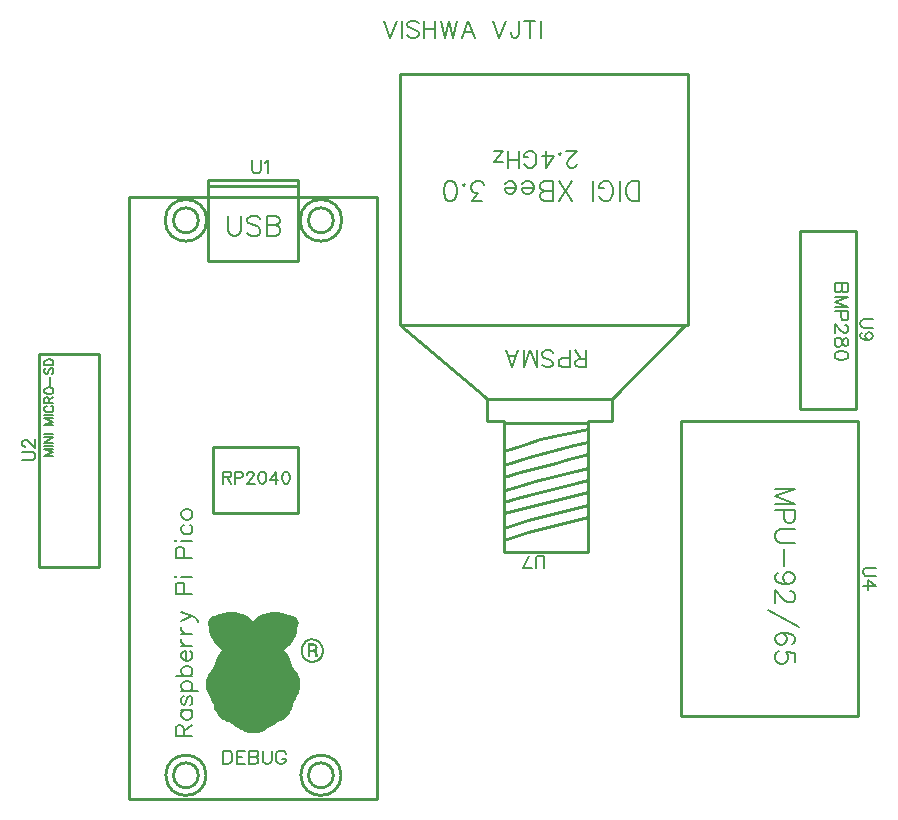
<source format=gto>
G04 Layer: TopSilkscreenLayer*
G04 EasyEDA v6.5.48, 2025-01-21 20:06:33*
G04 1a15377ceeac4a35b7f9d19b891e4bc2,48bb6e63cd8b433992a3f5e94ad137e8,10*
G04 Gerber Generator version 0.2*
G04 Scale: 100 percent, Rotated: No, Reflected: No *
G04 Dimensions in millimeters *
G04 leading zeros omitted , absolute positions ,4 integer and 5 decimal *
%FSLAX45Y45*%
%MOMM*%

%ADD10C,0.2032*%
%ADD11C,0.1524*%
%ADD12C,0.2540*%

%LPD*%
G36*
X2999943Y4493107D02*
G01*
X2985516Y4492853D01*
X2971800Y4492040D01*
X2959201Y4490770D01*
X2948127Y4488992D01*
X2943301Y4487926D01*
X2939034Y4486706D01*
X2927350Y4482338D01*
X2919272Y4479899D01*
X2912059Y4478223D01*
X2902356Y4477207D01*
X2897378Y4476089D01*
X2891840Y4474260D01*
X2885897Y4471822D01*
X2879648Y4468825D01*
X2873146Y4465320D01*
X2866542Y4461357D01*
X2859938Y4457039D01*
X2853486Y4452416D01*
X2847187Y4447540D01*
X2841294Y4442460D01*
X2835757Y4437278D01*
X2816656Y4418126D01*
X2788564Y4445000D01*
X2782519Y4450232D01*
X2776423Y4455109D01*
X2770378Y4459579D01*
X2764383Y4463592D01*
X2758592Y4467148D01*
X2752902Y4470247D01*
X2747416Y4472838D01*
X2742234Y4474870D01*
X2737307Y4476394D01*
X2732735Y4477308D01*
X2723184Y4478223D01*
X2716022Y4479848D01*
X2708097Y4482236D01*
X2696616Y4486503D01*
X2687472Y4488789D01*
X2676347Y4490516D01*
X2663647Y4491786D01*
X2649778Y4492599D01*
X2635148Y4492853D01*
X2620314Y4492650D01*
X2605582Y4491990D01*
X2591409Y4490821D01*
X2578252Y4489196D01*
X2566568Y4487113D01*
X2561437Y4485894D01*
X2552700Y4483100D01*
X2541473Y4478985D01*
X2528366Y4474667D01*
X2514904Y4470654D01*
X2487726Y4463338D01*
X2481173Y4461052D01*
X2475230Y4458665D01*
X2469794Y4455972D01*
X2464816Y4453077D01*
X2460294Y4449876D01*
X2456078Y4446371D01*
X2452166Y4442510D01*
X2448509Y4438243D01*
X2445004Y4433570D01*
X2441702Y4428388D01*
X2437638Y4421174D01*
X2434691Y4414520D01*
X2432761Y4408170D01*
X2431897Y4402023D01*
X2432050Y4395927D01*
X2433269Y4389678D01*
X2435453Y4383227D01*
X2440178Y4373016D01*
X2441549Y4368850D01*
X2442768Y4364075D01*
X2444750Y4353204D01*
X2445867Y4341774D01*
X2446172Y4329633D01*
X2446782Y4323080D01*
X2447747Y4316628D01*
X2449068Y4310380D01*
X2450744Y4304334D01*
X2452776Y4298543D01*
X2455062Y4293057D01*
X2457653Y4287875D01*
X2460548Y4283100D01*
X2463698Y4278782D01*
X2467051Y4274921D01*
X2470658Y4271568D01*
X2473909Y4268012D01*
X2476500Y4263390D01*
X2478328Y4258360D01*
X2478938Y4253433D01*
X2479598Y4250283D01*
X2481529Y4246270D01*
X2484628Y4241342D01*
X2488946Y4235653D01*
X2494381Y4229252D01*
X2500833Y4222191D01*
X2508351Y4214520D01*
X2554681Y4170375D01*
X2541219Y4155998D01*
X2537510Y4151731D01*
X2533599Y4146651D01*
X2529586Y4140911D01*
X2521712Y4128262D01*
X2517952Y4121708D01*
X2511552Y4109059D01*
X2509012Y4103319D01*
X2507081Y4098188D01*
X2505862Y4093921D01*
X2505049Y4087774D01*
X2503932Y4083812D01*
X2502204Y4078935D01*
X2497074Y4066946D01*
X2490216Y4052874D01*
X2482291Y4037888D01*
X2473858Y4023055D01*
X2465527Y4009491D01*
X2457805Y3998366D01*
X2450896Y3989781D01*
X2444496Y3980738D01*
X2441498Y3975963D01*
X2436114Y3966057D01*
X2431440Y3955592D01*
X2427478Y3944569D01*
X2424176Y3932986D01*
X2421636Y3920896D01*
X2419858Y3908348D01*
X2419197Y3901897D01*
X2418486Y3888638D01*
X2418435Y3877106D01*
X2418638Y3868521D01*
X2419146Y3860698D01*
X2420061Y3853179D01*
X2421636Y3845509D01*
X2423972Y3837330D01*
X2427224Y3828135D01*
X2431592Y3817467D01*
X2437180Y3804970D01*
X2452725Y3772560D01*
X2471877Y3733596D01*
X2477414Y3720795D01*
X2481630Y3709365D01*
X2483053Y3704590D01*
X2483967Y3700627D01*
X2484526Y3693261D01*
X2485186Y3688587D01*
X2486253Y3683711D01*
X2487726Y3678682D01*
X2489555Y3673500D01*
X2494229Y3662832D01*
X2500223Y3651910D01*
X2507284Y3640937D01*
X2515311Y3629964D01*
X2519629Y3624579D01*
X2528874Y3614115D01*
X2538679Y3604158D01*
X2548991Y3594912D01*
X2554224Y3590594D01*
X2564942Y3582720D01*
X2570327Y3579164D01*
X2575712Y3575964D01*
X2581097Y3573068D01*
X2586431Y3570528D01*
X2597810Y3565956D01*
X2611729Y3559606D01*
X2626614Y3551986D01*
X2640584Y3544112D01*
X2673045Y3523437D01*
X2702509Y3505200D01*
X2715158Y3497732D01*
X2726639Y3491280D01*
X2737154Y3485794D01*
X2746857Y3481222D01*
X2755950Y3477412D01*
X2764586Y3474313D01*
X2772918Y3471926D01*
X2781147Y3470046D01*
X2789478Y3468725D01*
X2798013Y3467862D01*
X2806954Y3467303D01*
X2816453Y3467100D01*
X2828391Y3467201D01*
X2842361Y3468370D01*
X2856382Y3470656D01*
X2863291Y3472179D01*
X2877007Y3476040D01*
X2890215Y3480815D01*
X2902762Y3486505D01*
X2908706Y3489655D01*
X2914396Y3493008D01*
X2919882Y3496564D01*
X2928975Y3503168D01*
X2939034Y3509772D01*
X2950870Y3516934D01*
X2962960Y3523742D01*
X2974238Y3529584D01*
X2984804Y3535679D01*
X2993847Y3541522D01*
X3000298Y3546449D01*
X3002178Y3548329D01*
X3006852Y3552139D01*
X3014573Y3556609D01*
X3024327Y3561079D01*
X3040786Y3567125D01*
X3052013Y3571798D01*
X3062833Y3577336D01*
X3073146Y3583635D01*
X3078175Y3587038D01*
X3087827Y3594506D01*
X3096971Y3602685D01*
X3105658Y3611626D01*
X3113786Y3621278D01*
X3117697Y3626358D01*
X3125012Y3637076D01*
X3131820Y3648405D01*
X3138017Y3660394D01*
X3143656Y3673043D01*
X3148685Y3686301D01*
X3153359Y3700576D01*
X3158642Y3715765D01*
X3164281Y3731006D01*
X3170174Y3745839D01*
X3176168Y3759962D01*
X3182010Y3772814D01*
X3187547Y3784041D01*
X3192576Y3793185D01*
X3197707Y3801465D01*
X3202787Y3811168D01*
X3207105Y3821429D01*
X3208985Y3826814D01*
X3212084Y3837889D01*
X3213404Y3843578D01*
X3215386Y3855212D01*
X3216605Y3867099D01*
X3217113Y3879240D01*
X3216859Y3891432D01*
X3215894Y3903675D01*
X3214166Y3915816D01*
X3211728Y3927805D01*
X3208578Y3939590D01*
X3204718Y3951020D01*
X3200146Y3962044D01*
X3194862Y3972610D01*
X3188919Y3982567D01*
X3185718Y3987292D01*
X3172358Y4004056D01*
X3166262Y4012437D01*
X3160471Y4021226D01*
X3154984Y4030573D01*
X3149752Y4040378D01*
X3144824Y4050741D01*
X3140202Y4061561D01*
X3135833Y4072940D01*
X3131718Y4084878D01*
X3125774Y4103776D01*
X3123082Y4110532D01*
X3119932Y4117441D01*
X3116376Y4124401D01*
X3112516Y4131157D01*
X3108452Y4137609D01*
X3104235Y4143552D01*
X3100019Y4148886D01*
X3080461Y4171746D01*
X3116783Y4204208D01*
X3125470Y4212844D01*
X3133699Y4221734D01*
X3141014Y4230522D01*
X3147060Y4238650D01*
X3151479Y4245660D01*
X3154883Y4252925D01*
X3159658Y4262221D01*
X3165094Y4271518D01*
X3170478Y4279646D01*
X3175711Y4286859D01*
X3178149Y4291177D01*
X3180334Y4295952D01*
X3182162Y4301236D01*
X3183686Y4307027D01*
X3184956Y4313428D01*
X3185922Y4320336D01*
X3187242Y4334510D01*
X3189224Y4348835D01*
X3192018Y4363110D01*
X3193592Y4369714D01*
X3196894Y4380738D01*
X3199384Y4387646D01*
X3201060Y4393336D01*
X3202076Y4398162D01*
X3202279Y4402531D01*
X3201720Y4406747D01*
X3200349Y4411268D01*
X3198164Y4416501D01*
X3195167Y4422698D01*
X3191967Y4428693D01*
X3188512Y4434179D01*
X3184804Y4439158D01*
X3180791Y4443730D01*
X3176473Y4447844D01*
X3171698Y4451553D01*
X3166516Y4454956D01*
X3160826Y4458004D01*
X3154578Y4460748D01*
X3147822Y4463237D01*
X3140456Y4465523D01*
X3126587Y4469028D01*
X3113532Y4472635D01*
X3099968Y4476851D01*
X3087471Y4481118D01*
X3077972Y4484624D01*
X3068066Y4487214D01*
X3056382Y4489348D01*
X3043275Y4490974D01*
X3029254Y4492193D01*
X3014675Y4492904D01*
G37*
G36*
X3311753Y4271060D02*
G01*
X3304895Y4270806D01*
X3298240Y4270095D01*
X3291890Y4269028D01*
X3285896Y4267504D01*
X3280308Y4265574D01*
X3275279Y4263237D01*
X3269945Y4260189D01*
X3264915Y4256989D01*
X3260140Y4253585D01*
X3255619Y4249978D01*
X3251352Y4246219D01*
X3247339Y4242257D01*
X3243630Y4238142D01*
X3240125Y4233824D01*
X3236925Y4229354D01*
X3234029Y4224731D01*
X3231388Y4219905D01*
X3229000Y4214926D01*
X3226866Y4209745D01*
X3225038Y4204462D01*
X3223463Y4198975D01*
X3222193Y4193336D01*
X3221177Y4187545D01*
X3220415Y4181601D01*
X3219958Y4175506D01*
X3219860Y4166920D01*
X3237941Y4166920D01*
X3238093Y4172712D01*
X3238601Y4178452D01*
X3239414Y4184091D01*
X3240633Y4189628D01*
X3242106Y4195064D01*
X3243935Y4200398D01*
X3246069Y4205579D01*
X3248456Y4210558D01*
X3251149Y4215384D01*
X3254146Y4220006D01*
X3257346Y4224426D01*
X3260801Y4228642D01*
X3264509Y4232554D01*
X3268421Y4236262D01*
X3272586Y4239666D01*
X3276904Y4242816D01*
X3281426Y4245610D01*
X3286150Y4248099D01*
X3291027Y4250283D01*
X3296056Y4252061D01*
X3301237Y4253484D01*
X3306572Y4254550D01*
X3312007Y4255160D01*
X3317595Y4255363D01*
X3325215Y4254652D01*
X3334207Y4252671D01*
X3343452Y4249724D01*
X3351885Y4246118D01*
X3357016Y4243273D01*
X3361944Y4240022D01*
X3366617Y4236364D01*
X3370986Y4232402D01*
X3375101Y4228134D01*
X3378911Y4223562D01*
X3382416Y4218736D01*
X3385565Y4213656D01*
X3388461Y4208373D01*
X3390950Y4202887D01*
X3393084Y4197299D01*
X3394913Y4191558D01*
X3396284Y4185716D01*
X3397351Y4179773D01*
X3397961Y4173778D01*
X3398215Y4167784D01*
X3398012Y4161790D01*
X3397402Y4155795D01*
X3396335Y4149851D01*
X3394862Y4144010D01*
X3393033Y4138523D01*
X3391001Y4133342D01*
X3388715Y4128363D01*
X3386226Y4123639D01*
X3383483Y4119168D01*
X3380587Y4115003D01*
X3377488Y4111040D01*
X3374237Y4107332D01*
X3370834Y4103878D01*
X3367278Y4100677D01*
X3363569Y4097731D01*
X3355746Y4092651D01*
X3347567Y4088536D01*
X3343351Y4086860D01*
X3334715Y4084269D01*
X3325926Y4082745D01*
X3317036Y4082186D01*
X3312566Y4082287D01*
X3308146Y4082643D01*
X3299409Y4084116D01*
X3290824Y4086656D01*
X3286658Y4088282D01*
X3278581Y4092295D01*
X3270961Y4097375D01*
X3267354Y4100271D01*
X3260547Y4106824D01*
X3257397Y4110532D01*
X3254451Y4114444D01*
X3251657Y4118610D01*
X3246729Y4127754D01*
X3244646Y4132681D01*
X3242767Y4137914D01*
X3241090Y4143349D01*
X3239719Y4149242D01*
X3238754Y4155186D01*
X3238144Y4161028D01*
X3237941Y4166920D01*
X3219860Y4166920D01*
X3220364Y4156506D01*
X3221126Y4150309D01*
X3222142Y4144314D01*
X3223463Y4138472D01*
X3225038Y4132783D01*
X3226917Y4127296D01*
X3229051Y4121962D01*
X3231438Y4116832D01*
X3234080Y4111904D01*
X3236976Y4107179D01*
X3240125Y4102658D01*
X3243529Y4098340D01*
X3247085Y4094276D01*
X3250946Y4090415D01*
X3254959Y4086809D01*
X3259175Y4083456D01*
X3263646Y4080357D01*
X3268268Y4077512D01*
X3273094Y4074972D01*
X3278073Y4072686D01*
X3283254Y4070654D01*
X3288588Y4068927D01*
X3294126Y4067505D01*
X3299764Y4066387D01*
X3305556Y4065574D01*
X3311499Y4065066D01*
X3317595Y4064914D01*
X3324047Y4065168D01*
X3330752Y4065981D01*
X3337509Y4067251D01*
X3344316Y4068978D01*
X3351072Y4071112D01*
X3357676Y4073601D01*
X3364077Y4076496D01*
X3370173Y4079697D01*
X3375914Y4083151D01*
X3381248Y4086860D01*
X3385972Y4090822D01*
X3390137Y4094987D01*
X3393643Y4099102D01*
X3396843Y4103420D01*
X3399790Y4107942D01*
X3402482Y4112615D01*
X3404920Y4117492D01*
X3407105Y4122470D01*
X3410661Y4132834D01*
X3412032Y4138168D01*
X3413150Y4143603D01*
X3414014Y4149090D01*
X3415029Y4160215D01*
X3414979Y4171391D01*
X3413963Y4182618D01*
X3413099Y4188155D01*
X3411982Y4193641D01*
X3410610Y4199026D01*
X3407156Y4209592D01*
X3402736Y4219702D01*
X3400145Y4224578D01*
X3394354Y4233773D01*
X3391052Y4238091D01*
X3387547Y4242206D01*
X3383838Y4246067D01*
X3379876Y4249724D01*
X3375710Y4253128D01*
X3370783Y4256532D01*
X3365347Y4259580D01*
X3359454Y4262272D01*
X3353206Y4264609D01*
X3346602Y4266590D01*
X3339795Y4268266D01*
X3332835Y4269536D01*
X3325825Y4270400D01*
X3318764Y4270959D01*
G37*
G36*
X3277920Y4228947D02*
G01*
X3277920Y4191914D01*
X3299053Y4191914D01*
X3299561Y4200550D01*
X3301949Y4205325D01*
X3307537Y4207357D01*
X3317748Y4207764D01*
X3325825Y4207256D01*
X3332327Y4205681D01*
X3336950Y4203141D01*
X3339490Y4199788D01*
X3340455Y4195318D01*
X3339896Y4191050D01*
X3338068Y4187037D01*
X3335070Y4183430D01*
X3331057Y4180382D01*
X3326129Y4178046D01*
X3320491Y4176572D01*
X3314293Y4176014D01*
X3306267Y4176522D01*
X3301644Y4178706D01*
X3299561Y4183532D01*
X3299053Y4191914D01*
X3277920Y4191914D01*
X3277971Y4147464D01*
X3278428Y4131360D01*
X3278835Y4125569D01*
X3279444Y4121150D01*
X3280257Y4117797D01*
X3281324Y4115460D01*
X3282645Y4113936D01*
X3284220Y4113072D01*
X3286201Y4112615D01*
X3288487Y4112514D01*
X3293922Y4113377D01*
X3297174Y4116832D01*
X3298698Y4124045D01*
X3299409Y4149598D01*
X3301187Y4156710D01*
X3305657Y4159605D01*
X3313887Y4160164D01*
X3320643Y4159758D01*
X3326384Y4158437D01*
X3331159Y4156252D01*
X3334918Y4153103D01*
X3337814Y4148937D01*
X3339846Y4143705D01*
X3341014Y4137406D01*
X3341827Y4121404D01*
X3343503Y4116019D01*
X3346754Y4113326D01*
X3351987Y4112514D01*
X3357270Y4113326D01*
X3360470Y4116222D01*
X3362096Y4121962D01*
X3362553Y4131411D01*
X3362096Y4139590D01*
X3360826Y4147921D01*
X3358997Y4155389D01*
X3354425Y4166362D01*
X3353612Y4170730D01*
X3354425Y4174388D01*
X3359658Y4181551D01*
X3361486Y4186224D01*
X3362299Y4191508D01*
X3362147Y4197096D01*
X3360978Y4202785D01*
X3358896Y4208424D01*
X3355848Y4213656D01*
X3351987Y4218381D01*
X3348786Y4221175D01*
X3345332Y4223461D01*
X3341471Y4225340D01*
X3337001Y4226712D01*
X3331718Y4227779D01*
X3325520Y4228439D01*
X3309620Y4228947D01*
G37*
D10*
X3924300Y9498584D02*
G01*
X3978909Y9355328D01*
X4033265Y9498584D02*
G01*
X3978909Y9355328D01*
X4078477Y9498584D02*
G01*
X4078477Y9355328D01*
X4218940Y9478010D02*
G01*
X4205224Y9491726D01*
X4184650Y9498584D01*
X4157469Y9498584D01*
X4137149Y9491726D01*
X4123436Y9478012D01*
X4123436Y9464545D01*
X4130293Y9450831D01*
X4137152Y9443976D01*
X4150613Y9437115D01*
X4191508Y9423654D01*
X4205224Y9416795D01*
X4212081Y9409937D01*
X4218937Y9396221D01*
X4218942Y9375902D01*
X4205224Y9362186D01*
X4184647Y9355328D01*
X4157472Y9355325D01*
X4137152Y9362186D01*
X4123436Y9375902D01*
X4263897Y9498584D02*
G01*
X4263897Y9355328D01*
X4359402Y9498586D02*
G01*
X4359402Y9355328D01*
X4263897Y9430258D02*
G01*
X4359402Y9430258D01*
X4404359Y9498584D02*
G01*
X4438395Y9355328D01*
X4472431Y9498584D02*
G01*
X4438395Y9355328D01*
X4472431Y9498584D02*
G01*
X4506468Y9355328D01*
X4540758Y9498584D02*
G01*
X4506468Y9355328D01*
X4640325Y9498584D02*
G01*
X4585715Y9355328D01*
X4640325Y9498584D02*
G01*
X4694681Y9355330D01*
X4606033Y9403079D02*
G01*
X4674361Y9403079D01*
X4844795Y9498584D02*
G01*
X4899408Y9355328D01*
X4953761Y9498584D02*
G01*
X4899408Y9355328D01*
X5067043Y9498584D02*
G01*
X5067045Y9389366D01*
X5060188Y9369046D01*
X5053329Y9362186D01*
X5039868Y9355325D01*
X5026149Y9355328D01*
X5012436Y9362188D01*
X5005577Y9369041D01*
X4998717Y9389363D01*
X4998722Y9403079D01*
X5159756Y9498581D02*
G01*
X5159756Y9355330D01*
X5112004Y9498584D02*
G01*
X5207505Y9498584D01*
X5252465Y9498581D02*
G01*
X5252465Y9355328D01*
D11*
X862584Y5778500D02*
G01*
X940561Y5778500D01*
X956056Y5783579D01*
X966467Y5793994D01*
X971550Y5809739D01*
X971550Y5820155D01*
X966472Y5835650D01*
X956056Y5846061D01*
X940561Y5851144D01*
X862584Y5851146D01*
X888491Y5890768D02*
G01*
X883411Y5890768D01*
X872997Y5895847D01*
X867663Y5901181D01*
X862584Y5911595D01*
X862584Y5932170D01*
X867666Y5942584D01*
X872997Y5947918D01*
X883409Y5952995D01*
X893825Y5952995D01*
X904240Y5947918D01*
X919736Y5937504D01*
X971552Y5885434D01*
X971550Y5958334D01*
D10*
X1049525Y5816600D02*
G01*
X1125979Y5816602D01*
X1049525Y5816600D02*
G01*
X1125981Y5845812D01*
X1049527Y5874765D02*
G01*
X1125981Y5845812D01*
X1049527Y5874765D02*
G01*
X1125981Y5874765D01*
X1049527Y5898895D02*
G01*
X1125981Y5898895D01*
X1049530Y5922771D02*
G01*
X1125981Y5922769D01*
X1049530Y5922771D02*
G01*
X1125981Y5973571D01*
X1049530Y5973571D02*
G01*
X1125981Y5973571D01*
X1049527Y5997699D02*
G01*
X1125981Y5997699D01*
X1049530Y6077712D02*
G01*
X1125981Y6077712D01*
X1049530Y6077712D02*
G01*
X1125984Y6106668D01*
X1049525Y6135878D02*
G01*
X1125984Y6106668D01*
X1049525Y6135878D02*
G01*
X1125981Y6135878D01*
X1049527Y6159754D02*
G01*
X1125981Y6159751D01*
X1067815Y6238494D02*
G01*
X1060447Y6234684D01*
X1053084Y6227574D01*
X1049527Y6220205D01*
X1049527Y6205728D01*
X1053084Y6198364D01*
X1060450Y6191250D01*
X1067815Y6187437D01*
X1078735Y6183884D01*
X1096772Y6183884D01*
X1107693Y6187439D01*
X1115059Y6191250D01*
X1122425Y6198364D01*
X1125981Y6205728D01*
X1125979Y6220208D01*
X1122425Y6227571D01*
X1115059Y6234681D01*
X1107693Y6238496D01*
X1049527Y6262370D02*
G01*
X1125981Y6262372D01*
X1049527Y6262370D02*
G01*
X1049527Y6295136D01*
X1053086Y6306057D01*
X1056893Y6309613D01*
X1064006Y6313426D01*
X1071372Y6313423D01*
X1078738Y6309613D01*
X1082293Y6306057D01*
X1085850Y6295136D01*
X1085847Y6262370D01*
X1085850Y6287772D02*
G01*
X1125981Y6313423D01*
X1049527Y6359144D02*
G01*
X1053084Y6351778D01*
X1060450Y6344665D01*
X1067815Y6340855D01*
X1078735Y6337300D01*
X1096772Y6337300D01*
X1107693Y6340853D01*
X1115059Y6344665D01*
X1122425Y6351778D01*
X1125981Y6359144D01*
X1125979Y6373621D01*
X1122425Y6380987D01*
X1115059Y6388354D01*
X1107691Y6391910D01*
X1096772Y6395468D01*
X1078738Y6395465D01*
X1067813Y6391910D01*
X1060450Y6388354D01*
X1053084Y6380985D01*
X1049527Y6373624D01*
X1049527Y6359144D01*
X1093213Y6419595D02*
G01*
X1093215Y6484873D01*
X1060450Y6559804D02*
G01*
X1053081Y6552689D01*
X1049527Y6541770D01*
X1049527Y6527035D01*
X1053084Y6516115D01*
X1060450Y6509006D01*
X1067815Y6509004D01*
X1074927Y6512560D01*
X1078738Y6516113D01*
X1082291Y6523481D01*
X1089659Y6545326D01*
X1093215Y6552694D01*
X1096772Y6556247D01*
X1104135Y6559804D01*
X1115059Y6559804D01*
X1122425Y6552692D01*
X1125981Y6541770D01*
X1125981Y6527037D01*
X1122425Y6516113D01*
X1115059Y6509001D01*
X1049527Y6583934D02*
G01*
X1125981Y6583934D01*
X1049527Y6583934D02*
G01*
X1049527Y6609334D01*
X1053084Y6620255D01*
X1060450Y6627621D01*
X1067815Y6631175D01*
X1078738Y6634734D01*
X1096769Y6634734D01*
X1107691Y6631178D01*
X1115059Y6627621D01*
X1122425Y6620255D01*
X1125981Y6609334D01*
X1125981Y6583934D01*
D11*
X8065515Y6972297D02*
G01*
X7987532Y6972300D01*
X7972043Y6967225D01*
X7961627Y6956805D01*
X7956550Y6941058D01*
X7956547Y6930641D01*
X7961629Y6915150D01*
X7972043Y6904736D01*
X7987538Y6899653D01*
X8065515Y6899653D01*
X8029193Y6797804D02*
G01*
X8013702Y6802881D01*
X8003288Y6813295D01*
X7997952Y6828789D01*
X7997952Y6834126D01*
X8003283Y6849615D01*
X8013700Y6860031D01*
X8029193Y6865365D01*
X8034271Y6865363D01*
X8050022Y6860029D01*
X8060436Y6849618D01*
X8065515Y6834121D01*
X8065515Y6828789D01*
X8060438Y6813295D01*
X8050022Y6802879D01*
X8029193Y6797804D01*
X8003280Y6797802D01*
X7977126Y6802884D01*
X7961629Y6813295D01*
X7956550Y6828789D01*
X7956550Y6839206D01*
X7961629Y6854954D01*
X7972043Y6860031D01*
D10*
X7855460Y7277102D02*
G01*
X7740906Y7277100D01*
X7855460Y7277102D02*
G01*
X7855460Y7228080D01*
X7849864Y7211568D01*
X7844536Y7206234D01*
X7833613Y7200648D01*
X7822691Y7200645D01*
X7811772Y7206234D01*
X7806184Y7211570D01*
X7800847Y7228075D01*
X7800845Y7277097D02*
G01*
X7800847Y7228075D01*
X7795513Y7211568D01*
X7789925Y7206234D01*
X7779006Y7200645D01*
X7762747Y7200648D01*
X7751828Y7206234D01*
X7746235Y7211568D01*
X7740904Y7228078D01*
X7740906Y7277100D01*
X7855458Y7164831D02*
G01*
X7740904Y7164834D01*
X7855458Y7164831D02*
G01*
X7740904Y7121146D01*
X7855455Y7077453D02*
G01*
X7740904Y7121146D01*
X7855455Y7077453D02*
G01*
X7740901Y7077455D01*
X7855458Y7041387D02*
G01*
X7740906Y7041385D01*
X7855458Y7041387D02*
G01*
X7855458Y6992365D01*
X7849870Y6976110D01*
X7844538Y6970527D01*
X7833616Y6965190D01*
X7817104Y6965190D01*
X7806181Y6970521D01*
X7800847Y6976110D01*
X7795513Y6992365D01*
X7795511Y7041387D01*
X7828028Y6923531D02*
G01*
X7833613Y6923531D01*
X7844538Y6918197D01*
X7849870Y6912861D01*
X7855460Y6901947D01*
X7855458Y6880100D01*
X7849872Y6869176D01*
X7844536Y6863587D01*
X7833616Y6858254D01*
X7822691Y6858251D01*
X7811770Y6863585D01*
X7795513Y6874512D01*
X7740906Y6929122D01*
X7740904Y6852665D01*
X7855463Y6789420D02*
G01*
X7849872Y6805929D01*
X7838945Y6811263D01*
X7828023Y6811261D01*
X7817104Y6805929D01*
X7811772Y6795005D01*
X7806179Y6773166D01*
X7800847Y6756654D01*
X7789923Y6745731D01*
X7779001Y6740397D01*
X7762745Y6740397D01*
X7751825Y6745731D01*
X7746238Y6751320D01*
X7740901Y6767581D01*
X7740901Y6789420D01*
X7746238Y6805929D01*
X7751823Y6811263D01*
X7762747Y6816857D01*
X7779006Y6816854D01*
X7789928Y6811258D01*
X7800853Y6800342D01*
X7806181Y6784086D01*
X7811767Y6762239D01*
X7817101Y6751320D01*
X7828025Y6745734D01*
X7838950Y6745729D01*
X7849867Y6751320D01*
X7855458Y6767578D01*
X7855463Y6789420D01*
X7855460Y6671563D02*
G01*
X7849870Y6688073D01*
X7833613Y6698998D01*
X7806179Y6704327D01*
X7789925Y6704329D01*
X7762750Y6698998D01*
X7746240Y6688076D01*
X7740906Y6671566D01*
X7740904Y6660642D01*
X7746240Y6644388D01*
X7762750Y6633463D01*
X7789925Y6628127D01*
X7806179Y6628132D01*
X7833613Y6633466D01*
X7849870Y6644386D01*
X7855458Y6660642D01*
X7855460Y6671563D01*
D11*
X8091677Y4869434D02*
G01*
X8013702Y4869436D01*
X7998208Y4864354D01*
X7987791Y4853937D01*
X7982450Y4838440D01*
X7982463Y4828026D01*
X7987791Y4812284D01*
X7998206Y4801864D01*
X8013694Y4796789D01*
X8091683Y4796789D01*
X8091677Y4710429D02*
G01*
X8018782Y4762500D01*
X8018779Y4684519D01*
X8091677Y4710429D02*
G01*
X7982460Y4710429D01*
D10*
X7402761Y5537258D02*
G01*
X7235891Y5537260D01*
X7402761Y5537258D02*
G01*
X7235893Y5473504D01*
X7402763Y5410009D02*
G01*
X7235893Y5473504D01*
X7402763Y5410009D02*
G01*
X7235885Y5410004D01*
X7402761Y5357434D02*
G01*
X7235888Y5357434D01*
X7402761Y5357434D02*
G01*
X7402769Y5285803D01*
X7394889Y5261930D01*
X7387018Y5254056D01*
X7371011Y5246179D01*
X7347137Y5246184D01*
X7331397Y5254053D01*
X7323269Y5261927D01*
X7315387Y5285811D01*
X7315387Y5357436D01*
X7402769Y5193598D02*
G01*
X7283635Y5193601D01*
X7259769Y5185727D01*
X7243770Y5169725D01*
X7235891Y5145849D01*
X7235885Y5129839D01*
X7243767Y5105971D01*
X7259764Y5090223D01*
X7283643Y5082092D01*
X7402763Y5082095D01*
X7307516Y5029774D02*
G01*
X7307516Y4886515D01*
X7347130Y4730562D02*
G01*
X7323259Y4738687D01*
X7307516Y4754435D01*
X7299383Y4778316D01*
X7299388Y4786182D01*
X7307519Y4810061D01*
X7323264Y4826063D01*
X7347140Y4833934D01*
X7355271Y4833934D01*
X7379144Y4826063D01*
X7394895Y4810061D01*
X7402763Y4786188D01*
X7402763Y4778311D01*
X7394892Y4754435D01*
X7379144Y4738692D01*
X7347130Y4730562D01*
X7307511Y4730556D01*
X7267641Y4738690D01*
X7243765Y4754435D01*
X7235888Y4778311D01*
X7235888Y4794310D01*
X7243759Y4818189D01*
X7259764Y4826063D01*
X7363139Y4670107D02*
G01*
X7371016Y4670107D01*
X7387018Y4662233D01*
X7394895Y4654356D01*
X7402763Y4638352D01*
X7402769Y4606610D01*
X7394892Y4590605D01*
X7387018Y4582728D01*
X7371011Y4574600D01*
X7355271Y4574606D01*
X7339261Y4582731D01*
X7315390Y4598479D01*
X7235888Y4678235D01*
X7235885Y4566732D01*
X7434770Y4371157D02*
G01*
X7180259Y4514156D01*
X7379141Y4223064D02*
G01*
X7394892Y4230938D01*
X7402771Y4254814D01*
X7402766Y4270814D01*
X7394895Y4294695D01*
X7371011Y4310702D01*
X7331389Y4318571D01*
X7291511Y4318568D01*
X7259759Y4310697D01*
X7243765Y4294695D01*
X7235891Y4270819D01*
X7235893Y4262945D01*
X7243762Y4239069D01*
X7259759Y4223064D01*
X7283648Y4215198D01*
X7291511Y4215196D01*
X7315390Y4223067D01*
X7331395Y4239074D01*
X7339263Y4262945D01*
X7339271Y4270816D01*
X7331397Y4294692D01*
X7315385Y4310702D01*
X7291511Y4318568D01*
X7402761Y4067111D02*
G01*
X7402766Y4146862D01*
X7331389Y4154738D01*
X7339266Y4146870D01*
X7347137Y4122994D01*
X7347135Y4099115D01*
X7339266Y4075242D01*
X7323267Y4059237D01*
X7299385Y4051358D01*
X7283640Y4051366D01*
X7259761Y4059234D01*
X7243770Y4075239D01*
X7235880Y4099112D01*
X7235888Y4122991D01*
X7243762Y4146864D01*
X7251636Y4154741D01*
X7267638Y4162610D01*
D11*
X5283194Y4863089D02*
G01*
X5283197Y4941059D01*
X5278117Y4956555D01*
X5267706Y4966970D01*
X5251958Y4972052D01*
X5241543Y4972044D01*
X5226055Y4966972D01*
X5215636Y4956550D01*
X5210553Y4941064D01*
X5210561Y4863084D01*
X5103368Y4863084D02*
G01*
X5155438Y4972052D01*
X5176263Y4863084D02*
G01*
X5103368Y4863084D01*
D10*
X6083302Y7976864D02*
G01*
X6083297Y8143750D01*
X6083302Y7976864D02*
G01*
X6027674Y7976870D01*
X6003795Y7984751D01*
X5987795Y8000751D01*
X5979929Y8016499D01*
X5972042Y8040362D01*
X5972047Y8080245D01*
X5979919Y8104123D01*
X5987798Y8119869D01*
X6003803Y8135868D01*
X6027681Y8143747D01*
X6083297Y8143750D01*
X5919467Y7976870D02*
G01*
X5919467Y8143753D01*
X5747509Y8016494D02*
G01*
X5755640Y8000745D01*
X5771388Y7984744D01*
X5787387Y7976862D01*
X5819137Y7976867D01*
X5835139Y7984741D01*
X5851141Y8000748D01*
X5859015Y8016491D01*
X5866889Y8040372D01*
X5866891Y8080247D01*
X5859012Y8104121D01*
X5851143Y8119877D01*
X5835141Y8135879D01*
X5819137Y8143745D01*
X5787395Y8143745D01*
X5771390Y8135871D01*
X5755640Y8119877D01*
X5747511Y8104123D01*
X5747514Y8080250D01*
X5787390Y8080250D02*
G01*
X5747514Y8080250D01*
X5695190Y7976870D02*
G01*
X5695185Y8143747D01*
X5520179Y7976870D02*
G01*
X5408675Y8143750D01*
X5408675Y7976872D02*
G01*
X5520184Y8143747D01*
X5356354Y7976867D02*
G01*
X5356354Y8143740D01*
X5356354Y7976867D02*
G01*
X5284726Y7976870D01*
X5260845Y7984746D01*
X5252974Y7992618D01*
X5244853Y8008620D01*
X5244843Y8024616D01*
X5252976Y8040370D01*
X5260845Y8048495D01*
X5284724Y8056371D01*
X5356349Y8056369D02*
G01*
X5284724Y8056371D01*
X5260853Y8064243D01*
X5252971Y8072368D01*
X5244845Y8088121D01*
X5244845Y8112000D01*
X5252971Y8127997D01*
X5260845Y8135871D01*
X5284721Y8143750D01*
X5356354Y8143740D01*
X5192260Y8080250D02*
G01*
X5097020Y8080250D01*
X5097012Y8064243D01*
X5104894Y8048497D01*
X5112768Y8040364D01*
X5128768Y8032495D01*
X5152646Y8032498D01*
X5168643Y8040375D01*
X5184399Y8056371D01*
X5192260Y8080250D01*
X5192260Y8096252D01*
X5184396Y8119874D01*
X5168653Y8135871D01*
X5152646Y8143750D01*
X5128770Y8143742D01*
X5112763Y8135871D01*
X5097020Y8119871D01*
X5044437Y8080245D02*
G01*
X4948933Y8080245D01*
X4948941Y8064240D01*
X4957063Y8048497D01*
X4964940Y8040367D01*
X4980688Y8032490D01*
X5004561Y8032501D01*
X5020563Y8040370D01*
X5036560Y8056371D01*
X5044437Y8080245D01*
X5044440Y8096247D01*
X5036563Y8119871D01*
X5020561Y8135876D01*
X5004556Y8143745D01*
X4980683Y8143745D01*
X4964935Y8135871D01*
X4948933Y8119869D01*
X4758184Y7976875D02*
G01*
X4670546Y7976867D01*
X4718306Y8040370D01*
X4694427Y8040370D01*
X4678428Y8048500D01*
X4670554Y8056369D01*
X4662683Y8080247D01*
X4662677Y8096247D01*
X4670554Y8119869D01*
X4686556Y8135868D01*
X4710432Y8143742D01*
X4734306Y8143750D01*
X4758184Y8135871D01*
X4766058Y8127997D01*
X4773929Y8112003D01*
X4602220Y8104121D02*
G01*
X4610097Y8112000D01*
X4602220Y8119877D01*
X4594095Y8111997D01*
X4602220Y8104121D01*
X4494027Y7976867D02*
G01*
X4517900Y7984746D01*
X4533645Y8008625D01*
X4541768Y8048497D01*
X4541774Y8072376D01*
X4533651Y8111997D01*
X4517892Y8135873D01*
X4494022Y8143750D01*
X4478020Y8143747D01*
X4454143Y8135879D01*
X4438395Y8111992D01*
X4430270Y8072376D01*
X4430270Y8048500D01*
X4438401Y8008617D01*
X4454143Y7984744D01*
X4478020Y7976867D01*
X4494027Y7976867D01*
X5555744Y8290052D02*
G01*
X5555741Y8283191D01*
X5548886Y8269731D01*
X5542020Y8262873D01*
X5528563Y8256010D01*
X5501126Y8256018D01*
X5487670Y8262873D01*
X5480819Y8269737D01*
X5473954Y8283194D01*
X5473946Y8296907D01*
X5480814Y8310623D01*
X5494527Y8330945D01*
X5562597Y8399274D01*
X5467093Y8399277D01*
X5415277Y8365233D02*
G01*
X5422138Y8371834D01*
X5415279Y8378695D01*
X5408422Y8371837D01*
X5415277Y8365233D01*
X5295389Y8256015D02*
G01*
X5363463Y8351517D01*
X5261353Y8351522D01*
X5295389Y8256015D02*
G01*
X5295389Y8399266D01*
X5114030Y8290052D02*
G01*
X5120891Y8276592D01*
X5134350Y8262873D01*
X5148072Y8256018D01*
X5175244Y8256018D01*
X5188968Y8262873D01*
X5202679Y8276587D01*
X5209537Y8290046D01*
X5216146Y8310628D01*
X5216141Y8344662D01*
X5209537Y8365233D01*
X5202687Y8378703D01*
X5188968Y8392411D01*
X5175242Y8399271D01*
X5148069Y8399271D01*
X5134361Y8392416D01*
X5120893Y8378697D01*
X5114036Y8365236D01*
X5114038Y8344667D01*
X5148069Y8344667D02*
G01*
X5114038Y8344667D01*
X5069080Y8256013D02*
G01*
X5069075Y8399271D01*
X4973568Y8256010D02*
G01*
X4973576Y8399277D01*
X5069083Y8324336D02*
G01*
X4973576Y8324342D01*
X4853429Y8303762D02*
G01*
X4928613Y8399271D01*
X4928615Y8303768D02*
G01*
X4853429Y8303762D01*
X4928613Y8399271D02*
G01*
X4853437Y8399271D01*
X5638802Y6566918D02*
G01*
X5638800Y6710171D01*
X5638802Y6566918D02*
G01*
X5577326Y6566915D01*
X5557006Y6573768D01*
X5550156Y6580629D01*
X5543295Y6594091D01*
X5543293Y6607804D01*
X5550161Y6621528D01*
X5557011Y6628381D01*
X5577329Y6635239D01*
X5638802Y6635242D01*
X5591047Y6635239D02*
G01*
X5543298Y6710171D01*
X5498340Y6566910D02*
G01*
X5498340Y6710166D01*
X5498340Y6566910D02*
G01*
X5436867Y6566915D01*
X5416550Y6573773D01*
X5409691Y6580637D01*
X5402831Y6594096D01*
X5402834Y6614665D01*
X5409694Y6628378D01*
X5416552Y6635242D01*
X5436870Y6641845D01*
X5498338Y6641835D01*
X5262374Y6587487D02*
G01*
X5276090Y6573773D01*
X5296402Y6566913D01*
X5323840Y6566918D01*
X5344154Y6573773D01*
X5357875Y6587489D01*
X5357875Y6600946D01*
X5351020Y6614670D01*
X5344159Y6621523D01*
X5330695Y6628384D01*
X5289801Y6641840D01*
X5276085Y6648701D01*
X5269229Y6655562D01*
X5262372Y6669272D01*
X5262372Y6689597D01*
X5276093Y6703313D01*
X5296408Y6710171D01*
X5323842Y6710171D01*
X5344162Y6703311D01*
X5357870Y6689600D01*
X5217416Y6566913D02*
G01*
X5217416Y6710171D01*
X5217416Y6566913D02*
G01*
X5162804Y6710169D01*
X5108447Y6566913D02*
G01*
X5162804Y6710169D01*
X5108447Y6566913D02*
G01*
X5108447Y6710169D01*
X5008877Y6566913D02*
G01*
X5063238Y6710174D01*
X5008877Y6566913D02*
G01*
X4954275Y6710171D01*
X5042913Y6662422D02*
G01*
X4974592Y6662420D01*
D11*
X2810888Y8316775D02*
G01*
X2810890Y8238799D01*
X2815970Y8223298D01*
X2826384Y8212886D01*
X2841881Y8207804D01*
X2852295Y8207811D01*
X2868043Y8212886D01*
X2878454Y8223298D01*
X2883540Y8238797D01*
X2883534Y8316772D01*
X2917825Y8295942D02*
G01*
X2928238Y8301278D01*
X2943730Y8316772D01*
X2943730Y8207806D01*
D10*
X2603525Y7847434D02*
G01*
X2603525Y7728056D01*
X2611399Y7704173D01*
X2627401Y7688427D01*
X2651279Y7680299D01*
X2667027Y7680299D01*
X2690898Y7688427D01*
X2706908Y7704175D01*
X2714779Y7728051D01*
X2714774Y7847431D01*
X2878609Y7823555D02*
G01*
X2862856Y7839560D01*
X2838983Y7847434D01*
X2807230Y7847429D01*
X2783357Y7839562D01*
X2767352Y7823558D01*
X2767355Y7807556D01*
X2775229Y7791805D01*
X2783359Y7783675D01*
X2799105Y7775801D01*
X2846857Y7759801D01*
X2862861Y7751922D01*
X2870730Y7744056D01*
X2878609Y7728051D01*
X2878607Y7704173D01*
X2862864Y7688425D01*
X2838980Y7680299D01*
X2807233Y7680302D01*
X2783359Y7688430D01*
X2767360Y7704175D01*
X2931182Y7847431D02*
G01*
X2931185Y7680302D01*
X2931182Y7847431D02*
G01*
X3002813Y7847431D01*
X3026691Y7839557D01*
X3034563Y7831427D01*
X3042691Y7815679D01*
X3042691Y7799684D01*
X3034565Y7783677D01*
X3026691Y7775803D01*
X3002813Y7767929D01*
X2931182Y7767934D02*
G01*
X3002813Y7767929D01*
X3026684Y7759804D01*
X3034563Y7751927D01*
X3042691Y7735923D01*
X3042693Y7712047D01*
X3034563Y7696299D01*
X3026684Y7688425D01*
X3002813Y7680297D01*
X2931185Y7680302D01*
X2565435Y3321392D02*
G01*
X2565438Y3206838D01*
X2565435Y3321392D02*
G01*
X2603540Y3321392D01*
X2620045Y3316058D01*
X2630967Y3305134D01*
X2636301Y3294209D01*
X2641638Y3277963D01*
X2641638Y3250526D01*
X2636301Y3234273D01*
X2630972Y3223348D01*
X2620048Y3212429D01*
X2603540Y3206838D01*
X2565438Y3206838D01*
X2677706Y3321392D02*
G01*
X2677703Y3206838D01*
X2677706Y3321392D02*
G01*
X2748574Y3321392D01*
X2677708Y3267034D02*
G01*
X2721394Y3267036D01*
X2677703Y3206838D02*
G01*
X2748572Y3206836D01*
X2784642Y3321395D02*
G01*
X2784640Y3206836D01*
X2784642Y3321395D02*
G01*
X2833662Y3321392D01*
X2850172Y3316058D01*
X2855506Y3310473D01*
X2861094Y3299551D01*
X2861099Y3288883D01*
X2855503Y3277958D01*
X2850174Y3272368D01*
X2833657Y3267034D01*
X2784637Y3267034D02*
G01*
X2833657Y3267034D01*
X2850172Y3261448D01*
X2855503Y3256114D01*
X2861094Y3245195D01*
X2861091Y3228682D01*
X2855506Y3217760D01*
X2850174Y3212424D01*
X2833659Y3206838D01*
X2784640Y3206836D01*
X2897162Y3321390D02*
G01*
X2897162Y3239604D01*
X2902496Y3223348D01*
X2913415Y3212424D01*
X2929671Y3206838D01*
X2940591Y3206838D01*
X2957108Y3212426D01*
X2968033Y3223348D01*
X2973362Y3239602D01*
X2973362Y3321395D01*
X3091220Y3294214D02*
G01*
X3085884Y3305134D01*
X3074962Y3316061D01*
X3064040Y3321392D01*
X3042196Y3321390D01*
X3031274Y3316058D01*
X3020352Y3305141D01*
X3014764Y3294214D01*
X3009430Y3277958D01*
X3009432Y3250524D01*
X3014761Y3234270D01*
X3020349Y3223348D01*
X3031274Y3212426D01*
X3042198Y3206838D01*
X3064037Y3206836D01*
X3074962Y3212426D01*
X3085881Y3223348D01*
X3091218Y3234270D01*
X3091218Y3250526D01*
X3064040Y3250526D02*
G01*
X3091218Y3250526D01*
X2159927Y3441738D02*
G01*
X2303183Y3441738D01*
X2159927Y3441738D02*
G01*
X2159924Y3502952D01*
X2166787Y3523526D01*
X2173640Y3530386D01*
X2187359Y3537244D01*
X2200823Y3537242D01*
X2214537Y3530384D01*
X2221390Y3523526D01*
X2228250Y3502952D01*
X2228253Y3441740D01*
X2228250Y3489490D02*
G01*
X2303183Y3537239D01*
X2207676Y3663988D02*
G01*
X2303183Y3663988D01*
X2228253Y3663988D02*
G01*
X2214537Y3650272D01*
X2207684Y3636807D01*
X2207679Y3616238D01*
X2214532Y3602517D01*
X2228255Y3589055D01*
X2248573Y3582200D01*
X2262286Y3582202D01*
X2282863Y3589058D01*
X2296327Y3602517D01*
X2303188Y3616236D01*
X2303188Y3636810D01*
X2296322Y3650272D01*
X2282865Y3663990D01*
X2228253Y3783876D02*
G01*
X2214537Y3777274D01*
X2207681Y3756698D01*
X2207679Y3736126D01*
X2214532Y3715804D01*
X2228253Y3708946D01*
X2241974Y3715804D01*
X2248578Y3729520D01*
X2255428Y3763558D01*
X2262291Y3777272D01*
X2276007Y3783873D01*
X2282863Y3783881D01*
X2296325Y3777272D01*
X2303185Y3756698D01*
X2303183Y3736124D01*
X2296327Y3715804D01*
X2282863Y3708946D01*
X2207676Y3829088D02*
G01*
X2350935Y3829088D01*
X2228255Y3829088D02*
G01*
X2214534Y3842550D01*
X2207676Y3856266D01*
X2207676Y3876588D01*
X2214539Y3890302D01*
X2228253Y3904018D01*
X2248573Y3910873D01*
X2262289Y3910876D01*
X2282865Y3904015D01*
X2296325Y3890299D01*
X2303183Y3876583D01*
X2303180Y3856268D01*
X2296330Y3842547D01*
X2282860Y3829088D01*
X2159927Y3955836D02*
G01*
X2303185Y3955834D01*
X2228253Y3955834D02*
G01*
X2214539Y3969550D01*
X2207674Y3983014D01*
X2207676Y4003586D01*
X2214537Y4017048D01*
X2228253Y4030761D01*
X2248573Y4037624D01*
X2262289Y4037622D01*
X2282863Y4030764D01*
X2296325Y4017050D01*
X2303183Y4003588D01*
X2303185Y3983012D01*
X2296322Y3969550D01*
X2282860Y3955836D01*
X2248573Y4082580D02*
G01*
X2248575Y4164368D01*
X2235111Y4164368D01*
X2221395Y4157510D01*
X2214537Y4150906D01*
X2207681Y4137190D01*
X2207684Y4116616D01*
X2214537Y4103149D01*
X2228250Y4089433D01*
X2248573Y4082580D01*
X2262289Y4082580D01*
X2282863Y4089443D01*
X2296327Y4103154D01*
X2303183Y4116616D01*
X2303180Y4137190D01*
X2296325Y4150903D01*
X2282863Y4164370D01*
X2207679Y4209326D02*
G01*
X2303183Y4209328D01*
X2248573Y4209328D02*
G01*
X2228255Y4216186D01*
X2214537Y4229900D01*
X2207679Y4243613D01*
X2207681Y4263936D01*
X2207679Y4308891D02*
G01*
X2303183Y4308894D01*
X2248573Y4308894D02*
G01*
X2228250Y4315752D01*
X2214537Y4329468D01*
X2207679Y4343186D01*
X2207681Y4363504D01*
X2207681Y4415320D02*
G01*
X2303178Y4456214D01*
X2207679Y4497103D02*
G01*
X2303178Y4456214D01*
X2330612Y4442498D01*
X2344074Y4429036D01*
X2350937Y4415320D01*
X2350935Y4408462D01*
X2159929Y4647222D02*
G01*
X2303183Y4647224D01*
X2159929Y4647222D02*
G01*
X2159927Y4708438D01*
X2166782Y4729010D01*
X2173640Y4735868D01*
X2187356Y4742728D01*
X2207679Y4742728D01*
X2221392Y4735868D01*
X2228250Y4729012D01*
X2235111Y4708436D01*
X2235111Y4647219D01*
X2159927Y4787684D02*
G01*
X2166787Y4794542D01*
X2159927Y4801143D01*
X2153323Y4794542D01*
X2159927Y4787684D01*
X2207676Y4794542D02*
G01*
X2303183Y4794539D01*
X2159927Y4951262D02*
G01*
X2303183Y4951257D01*
X2159927Y4951262D02*
G01*
X2159927Y5012725D01*
X2166787Y5033045D01*
X2173645Y5039911D01*
X2187359Y5046764D01*
X2207676Y5046764D01*
X2221395Y5039906D01*
X2228253Y5033048D01*
X2235108Y5012725D01*
X2235111Y4951255D01*
X2159924Y5091722D02*
G01*
X2166785Y5098580D01*
X2159929Y5105435D01*
X2153323Y5098577D01*
X2159924Y5091722D01*
X2207676Y5098575D02*
G01*
X2303180Y5098582D01*
X2228253Y5232184D02*
G01*
X2214537Y5218465D01*
X2207676Y5204754D01*
X2207681Y5184429D01*
X2214537Y5170718D01*
X2228253Y5157254D01*
X2248573Y5150401D01*
X2262291Y5150396D01*
X2282868Y5157254D01*
X2296327Y5170721D01*
X2303183Y5184434D01*
X2303180Y5204752D01*
X2296325Y5218473D01*
X2282865Y5232179D01*
X2207676Y5311173D02*
G01*
X2214542Y5297716D01*
X2228253Y5284005D01*
X2248573Y5277142D01*
X2262289Y5277139D01*
X2282865Y5284002D01*
X2296320Y5297716D01*
X2303180Y5311175D01*
X2303180Y5331752D01*
X2296322Y5345211D01*
X2282860Y5358930D01*
X2262286Y5365788D01*
X2248578Y5365788D01*
X2228253Y5358930D01*
X2214537Y5345214D01*
X2207679Y5331752D01*
X2207676Y5311173D01*
X2565438Y5681309D02*
G01*
X2565440Y5580979D01*
X2565438Y5681309D02*
G01*
X2608364Y5681306D01*
X2622588Y5676483D01*
X2627414Y5671657D01*
X2632245Y5662259D01*
X2632242Y5652604D01*
X2627414Y5642955D01*
X2622588Y5638380D01*
X2608364Y5633554D01*
X2565438Y5633554D01*
X2598709Y5633554D02*
G01*
X2632240Y5580976D01*
X2663736Y5681309D02*
G01*
X2663738Y5580976D01*
X2663736Y5681309D02*
G01*
X2706659Y5681309D01*
X2720883Y5676483D01*
X2725709Y5671654D01*
X2730538Y5662256D01*
X2730538Y5647781D01*
X2725714Y5638380D01*
X2720883Y5633552D01*
X2706662Y5628731D01*
X2663733Y5628728D01*
X2766860Y5657428D02*
G01*
X2766862Y5662256D01*
X2771683Y5671649D01*
X2776258Y5676475D01*
X2785907Y5681306D01*
X2804960Y5681306D01*
X2814609Y5676485D01*
X2819184Y5671654D01*
X2824010Y5662256D01*
X2824012Y5652604D01*
X2819184Y5642950D01*
X2809786Y5628728D01*
X2762031Y5580974D01*
X2828836Y5580979D01*
X2889036Y5681306D02*
G01*
X2874556Y5676480D01*
X2865158Y5662259D01*
X2860332Y5638380D01*
X2860332Y5623905D01*
X2865153Y5600029D01*
X2874558Y5585805D01*
X2889034Y5580976D01*
X2898434Y5580976D01*
X2912910Y5585802D01*
X2922313Y5600024D01*
X2927136Y5623902D01*
X2927134Y5638378D01*
X2922305Y5662256D01*
X2912910Y5676475D01*
X2898434Y5681309D01*
X2889036Y5681306D01*
X3006382Y5681306D02*
G01*
X2958627Y5614504D01*
X3030260Y5614502D01*
X3006382Y5681306D02*
G01*
X3006382Y5580974D01*
X3090456Y5681309D02*
G01*
X3075983Y5676480D01*
X3066580Y5662256D01*
X3061754Y5638378D01*
X3061751Y5623900D01*
X3066580Y5600026D01*
X3075980Y5585802D01*
X3090456Y5580979D01*
X3099854Y5580976D01*
X3114332Y5585802D01*
X3123730Y5600024D01*
X3128551Y5623900D01*
X3128556Y5638380D01*
X3123732Y5662256D01*
X3114334Y5676483D01*
X3099854Y5681306D01*
X3090456Y5681309D01*
D12*
X1003300Y4876802D02*
G01*
X1003300Y6680200D01*
X1511300Y6680202D01*
X1511300Y4876797D01*
X1003300Y4876802D01*
X7924802Y7721600D02*
G01*
X7924802Y6210305D01*
X7448702Y6210300D01*
X7448702Y7721602D01*
X7924802Y7721600D01*
X7938198Y6114094D02*
G01*
X7938198Y3614094D01*
X6438201Y3614099D01*
X6438204Y6114100D01*
X7938198Y6114094D01*
X5651494Y5397494D02*
G01*
X5143502Y5270502D01*
X4940300Y5206994D01*
X5651500Y5511805D02*
G01*
X5143502Y5384805D01*
X4940297Y5334000D01*
X5651505Y5651500D02*
G01*
X5651505Y5613400D01*
X5054602Y5461002D01*
X4940300Y5422905D01*
X5651492Y5715000D02*
G01*
X5207000Y5600700D01*
X5041900Y5549900D01*
X4952997Y5524500D01*
X5651500Y5829300D02*
G01*
X5461005Y5778502D01*
X5384802Y5753097D01*
X5080000Y5676897D01*
X4940297Y5638802D01*
X5651507Y5930900D02*
G01*
X5537202Y5905505D01*
X5156197Y5803900D01*
X4940297Y5740402D01*
X5651502Y6045202D02*
G01*
X5245097Y5956302D01*
X5105397Y5905502D01*
X4940297Y5854702D01*
X5651502Y6095997D02*
G01*
X4940302Y6096007D01*
X5854700Y6299194D02*
G01*
X4800600Y6299197D01*
X5651502Y5270500D02*
G01*
X5651502Y5295897D01*
X5143492Y5168907D01*
X4940294Y5105402D01*
X4940302Y5041905D01*
X6502394Y6921497D02*
G01*
X6477005Y6921500D01*
X5854700Y6299194D01*
X5854702Y6108700D01*
X5651505Y6108697D01*
X5651502Y5003800D01*
X4940302Y5003794D01*
X4940302Y6108697D01*
X4800597Y6108700D01*
X4800600Y6299197D01*
X4775197Y6324600D01*
X4711694Y6375402D01*
X4064007Y6921497D01*
X6502394Y6921497D02*
G01*
X4064406Y6921494D01*
X4064408Y9047513D01*
X6502402Y9047505D01*
X6502394Y6921497D01*
X1769402Y8010997D02*
G01*
X3869397Y8010992D01*
X3869397Y2911002D01*
X1769402Y2911007D01*
X1769402Y8010997D01*
X2438415Y8153384D02*
G01*
X3200415Y8153387D01*
X3200410Y7467587D01*
X2438415Y7467584D01*
X2438415Y8153384D01*
X2438415Y8153384D02*
G01*
X3200415Y8153387D01*
X3200415Y8102584D01*
X2438415Y8102584D01*
X2438415Y8153384D01*
X2476510Y5892789D02*
G01*
X3200417Y5892784D01*
X3200412Y5333989D01*
X2476517Y5333987D01*
X2476510Y5892789D01*
G75*
G01
X2418283Y3111475D02*
G03X2418283Y3111475I-170383J0D01*
G75*
G01
X2352904Y3111475D02*
G03X2352904Y3111475I-105004J0D01*
G75*
G01
X3561283Y3111475D02*
G03X3561283Y3111475I-170383J0D01*
G75*
G01
X3495878Y3111500D02*
G03X3495878Y3111500I-105004J0D01*
G75*
G01
X2424328Y7810500D02*
G03X2424328Y7810500I-176428J0D01*
G75*
G01
X2352904Y7810500D02*
G03X2352904Y7810500I-105004J0D01*
G75*
G01
X3495929Y7810475D02*
G03X3495929Y7810475I-105004J0D01*
G75*
G01
X3567354Y7810475D02*
G03X3567354Y7810475I-176428J0D01*
M02*

</source>
